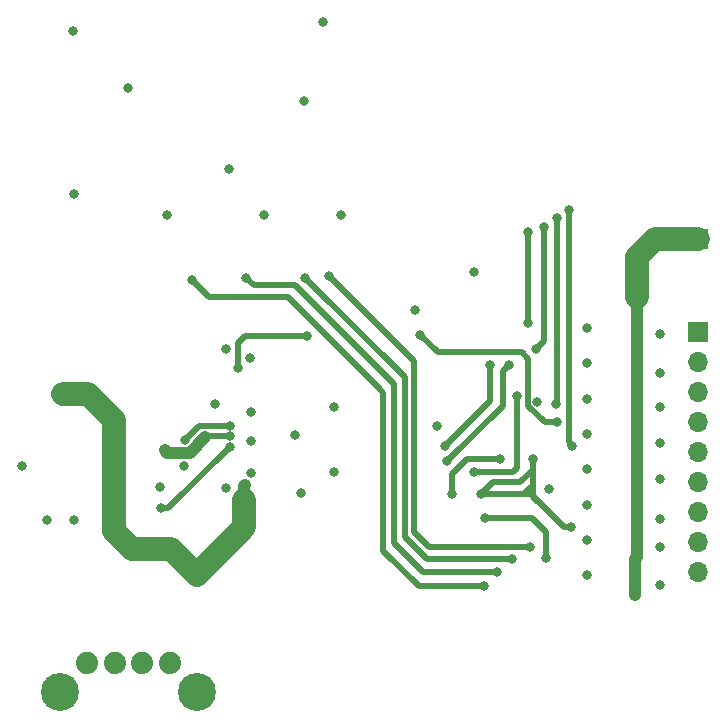
<source format=gbr>
%TF.GenerationSoftware,KiCad,Pcbnew,(6.0.2)*%
%TF.CreationDate,2022-06-02T00:09:37+03:00*%
%TF.ProjectId,BYKR-C2-V00,42594b52-2d43-4322-9d56-30302e6b6963,rev?*%
%TF.SameCoordinates,Original*%
%TF.FileFunction,Copper,L4,Bot*%
%TF.FilePolarity,Positive*%
%FSLAX46Y46*%
G04 Gerber Fmt 4.6, Leading zero omitted, Abs format (unit mm)*
G04 Created by KiCad (PCBNEW (6.0.2)) date 2022-06-02 00:09:37*
%MOMM*%
%LPD*%
G01*
G04 APERTURE LIST*
%TA.AperFunction,ComponentPad*%
%ADD10C,1.879600*%
%TD*%
%TA.AperFunction,ComponentPad*%
%ADD11C,3.215640*%
%TD*%
%TA.AperFunction,ComponentPad*%
%ADD12R,1.700000X1.700000*%
%TD*%
%TA.AperFunction,ComponentPad*%
%ADD13O,1.700000X1.700000*%
%TD*%
%TA.AperFunction,ViaPad*%
%ADD14C,0.800000*%
%TD*%
%TA.AperFunction,Conductor*%
%ADD15C,2.000000*%
%TD*%
%TA.AperFunction,Conductor*%
%ADD16C,0.500000*%
%TD*%
%TA.AperFunction,Conductor*%
%ADD17C,1.000000*%
%TD*%
G04 APERTURE END LIST*
D10*
%TO.P,J1,1,VBUS*%
%TO.N,Net-(J1-Pad1)*%
X131047580Y-123271330D03*
%TO.P,J1,2,D-*%
%TO.N,Net-(J1-Pad2)*%
X128675220Y-123271330D03*
%TO.P,J1,3,D+*%
%TO.N,Net-(J1-Pad3)*%
X126424780Y-123271330D03*
%TO.P,J1,4,GND*%
%TO.N,GND*%
X124052420Y-123271330D03*
D11*
%TO.P,J1,5,Shield*%
X133348820Y-125669090D03*
X121751180Y-125669090D03*
%TD*%
D12*
%TO.P,J3,1,Pin_1*%
%TO.N,MCU_S*%
X175750000Y-87350000D03*
%TD*%
%TO.P,J2,1,Pin_1*%
%TO.N,CAMERA_D2*%
X175762572Y-95200000D03*
D13*
%TO.P,J2,2,Pin_2*%
%TO.N,CAMERA_D3*%
X175762572Y-97740000D03*
%TO.P,J2,3,Pin_3*%
%TO.N,CAMERA_CMD*%
X175762572Y-100280000D03*
%TO.P,J2,4,Pin_4*%
%TO.N,CAMERA_VCC*%
X175762572Y-102820000D03*
%TO.P,J2,5,Pin_5*%
%TO.N,CAMERA_CLK*%
X175762572Y-105360000D03*
%TO.P,J2,6,Pin_6*%
%TO.N,GND*%
X175762572Y-107900000D03*
%TO.P,J2,7,Pin_7*%
%TO.N,CAMERA_D0*%
X175762572Y-110440000D03*
%TO.P,J2,8,Pin_8*%
%TO.N,CAMERA_D1*%
X175762572Y-112980000D03*
%TO.P,J2,9,Pin_9*%
%TO.N,CAMERA_CD*%
X175762572Y-115520000D03*
%TD*%
D14*
%TO.N,GND*%
X142450000Y-75650000D03*
X136050000Y-81450000D03*
X127550000Y-74550000D03*
X122950000Y-83550000D03*
%TO.N,USB_D3*%
X159750000Y-98050000D03*
X154550000Y-106150000D03*
%TO.N,USB_D2*%
X158150000Y-98050000D03*
X154337500Y-104862500D03*
%TO.N,USB_D0*%
X163150000Y-108550000D03*
%TO.N,USB_D1*%
X165050000Y-111750000D03*
%TO.N,USB_CD*%
X162950000Y-114350000D03*
X157750000Y-110950000D03*
%TO.N,USB_D1*%
X161850000Y-106000500D03*
X157450000Y-108950000D03*
%TO.N,USB_D0*%
X159050000Y-105950000D03*
X154950000Y-108950000D03*
%TO.N,USB_CMD*%
X160450000Y-100650000D03*
X156850000Y-107050000D03*
%TO.N,USB_VCC*%
X163850000Y-102850000D03*
X152250000Y-95450000D03*
X142650000Y-95550000D03*
X136850000Y-98250000D03*
%TO.N,SD_D2*%
X161350000Y-94450000D03*
X161350000Y-86750000D03*
%TO.N,SD_D3*%
X162050000Y-96650000D03*
X162750000Y-86350000D03*
%TO.N,SD_CMD*%
X163750000Y-101350000D03*
X163850000Y-85550000D03*
%TO.N,SD_CD*%
X157650000Y-116750000D03*
%TO.N,SD_VCC*%
X165150000Y-104850000D03*
X164850000Y-84850000D03*
%TO.N,SD_CLK*%
X158750000Y-115550000D03*
%TO.N,SD_D0*%
X160050000Y-114450000D03*
%TO.N,SD_D1*%
X161550000Y-113450000D03*
%TO.N,SD_CD*%
X132950000Y-90850000D03*
%TO.N,SD_CLK*%
X137550000Y-90650000D03*
%TO.N,SD_D0*%
X142550000Y-90650000D03*
%TO.N,SD_D1*%
X144550000Y-90450000D03*
%TO.N,+5V*%
X137450000Y-108150000D03*
%TO.N,DM*%
X130350000Y-110150000D03*
%TO.N,DP*%
X130650000Y-105250000D03*
%TO.N,Net-(C6-Pad1)*%
X132350000Y-104350000D03*
%TO.N,+3V3*%
X137850000Y-97450000D03*
%TO.N,Net-(C6-Pad1)*%
X136150000Y-103150000D03*
%TO.N,DP*%
X136150000Y-104050000D03*
%TO.N,DM*%
X136150000Y-104950000D03*
%TO.N,+5V*%
X133350000Y-115750000D03*
X122050000Y-100450000D03*
%TO.N,+3V3*%
X153650000Y-103150000D03*
X118550000Y-106550000D03*
X130250000Y-108350000D03*
X132250000Y-106550000D03*
X137950000Y-101950000D03*
X137950000Y-104450000D03*
X137950000Y-107150000D03*
X120650000Y-111150000D03*
%TO.N,GND*%
X151850000Y-93350000D03*
X135850000Y-96650000D03*
X134850000Y-101350000D03*
X135850000Y-108450000D03*
X122950000Y-111150000D03*
X145550000Y-85350000D03*
X139050000Y-85350000D03*
X130850000Y-85350000D03*
X144050000Y-68950000D03*
X122850000Y-69750000D03*
X156850000Y-90150000D03*
%TO.N,+3V3*%
X162150000Y-101150000D03*
X166350000Y-94850000D03*
X166350000Y-97850000D03*
X166350000Y-100850000D03*
X166350000Y-103850000D03*
X166350000Y-106850000D03*
X166350000Y-109850000D03*
X166350000Y-112850000D03*
X166350000Y-115750000D03*
%TO.N,GND*%
X142150000Y-108850000D03*
X144950000Y-107050000D03*
X144950000Y-101550000D03*
X141650000Y-103950000D03*
X172550000Y-116650000D03*
X172550000Y-113450000D03*
X172550000Y-111050000D03*
X172550000Y-107650000D03*
X172550000Y-104650000D03*
X172550000Y-101550000D03*
X172550000Y-98650000D03*
X172550000Y-95350000D03*
%TO.N,MCU_S*%
X170650000Y-96150000D03*
X170650000Y-99150000D03*
X170650000Y-102150000D03*
X170650000Y-105150000D03*
X170650000Y-108050000D03*
X170650000Y-111150000D03*
X170650000Y-114250000D03*
X170450000Y-117450000D03*
%TD*%
D15*
%TO.N,MCU_S*%
X172150000Y-87350000D02*
X175750000Y-87350000D01*
X170650000Y-88850000D02*
X172150000Y-87350000D01*
X170650000Y-92250000D02*
X170650000Y-88850000D01*
D16*
%TO.N,SD_D3*%
X162050000Y-96650000D02*
X162750000Y-95950000D01*
X162750000Y-95950000D02*
X162750000Y-86350000D01*
%TO.N,USB_D3*%
X159250000Y-98650000D02*
X159250000Y-98550000D01*
X159250000Y-98550000D02*
X159750000Y-98050000D01*
X159250000Y-101450000D02*
X159250000Y-98650000D01*
X154550000Y-106150000D02*
X159250000Y-101450000D01*
%TO.N,USB_D2*%
X158150000Y-101050000D02*
X158150000Y-98050000D01*
X154337500Y-104862500D02*
X158150000Y-101050000D01*
%TO.N,USB_D1*%
X161050000Y-108950000D02*
X161650000Y-108350000D01*
X161850000Y-108350000D02*
X161850000Y-106000500D01*
X161650000Y-108350000D02*
X161850000Y-108350000D01*
X161050000Y-108950000D02*
X161650000Y-108950000D01*
X161850000Y-109150000D02*
X161850000Y-108350000D01*
X157450000Y-108950000D02*
X161050000Y-108950000D01*
X161650000Y-108950000D02*
X163400000Y-110700000D01*
X163400000Y-110700000D02*
X161850000Y-109150000D01*
X164450000Y-111750000D02*
X163400000Y-110700000D01*
X165050000Y-111750000D02*
X164450000Y-111750000D01*
%TO.N,USB_CD*%
X162950000Y-112150000D02*
X162950000Y-114350000D01*
X162750000Y-111950000D02*
X162950000Y-112150000D01*
X161750000Y-110950000D02*
X162750000Y-111950000D01*
X157750000Y-110950000D02*
X161750000Y-110950000D01*
%TO.N,USB_D1*%
X161850000Y-106850000D02*
X161850000Y-106000500D01*
X161650000Y-107050000D02*
X161850000Y-106850000D01*
X160750000Y-107950000D02*
X161650000Y-107050000D01*
X159650000Y-107950000D02*
X160750000Y-107950000D01*
X158450000Y-107950000D02*
X159650000Y-107950000D01*
X157450000Y-108950000D02*
X158450000Y-107950000D01*
%TO.N,USB_D0*%
X156250000Y-105950000D02*
X159050000Y-105950000D01*
X154950000Y-108950000D02*
X154950000Y-107250000D01*
X154950000Y-107250000D02*
X156050000Y-106150000D01*
X156050000Y-106150000D02*
X156250000Y-105950000D01*
%TO.N,USB_CMD*%
X160450000Y-106750000D02*
X160450000Y-100650000D01*
X160150000Y-107050000D02*
X160450000Y-106750000D01*
X156850000Y-107050000D02*
X160150000Y-107050000D01*
%TO.N,USB_VCC*%
X161400489Y-101460459D02*
X162790030Y-102850000D01*
X160850000Y-96950000D02*
X161400489Y-97500489D01*
X162790030Y-102850000D02*
X163850000Y-102850000D01*
X153750000Y-96950000D02*
X160850000Y-96950000D01*
X161400489Y-97500489D02*
X161400489Y-101460459D01*
X152250000Y-95450000D02*
X153750000Y-96950000D01*
X137450000Y-95550000D02*
X142650000Y-95550000D01*
X137350000Y-95650000D02*
X137450000Y-95550000D01*
X136850000Y-98250000D02*
X136850000Y-96150000D01*
X136850000Y-96150000D02*
X137350000Y-95650000D01*
%TO.N,SD_D2*%
X161350000Y-86750000D02*
X161350000Y-94450000D01*
%TO.N,SD_CMD*%
X163850000Y-101250000D02*
X163750000Y-101350000D01*
X163850000Y-90750000D02*
X163850000Y-101250000D01*
X163850000Y-85550000D02*
X163850000Y-90750000D01*
%TO.N,SD_CD*%
X152150000Y-116750000D02*
X157650000Y-116750000D01*
X149150000Y-110250000D02*
X149150000Y-113750000D01*
X149150000Y-100350000D02*
X149150000Y-110250000D01*
X148750000Y-99950000D02*
X149150000Y-100350000D01*
X149150000Y-113750000D02*
X152150000Y-116750000D01*
X141050000Y-92250000D02*
X148750000Y-99950000D01*
X140250000Y-92250000D02*
X141050000Y-92250000D01*
X134350000Y-92250000D02*
X140250000Y-92250000D01*
X132950000Y-90850000D02*
X134350000Y-92250000D01*
%TO.N,SD_VCC*%
X164850000Y-104550000D02*
X165150000Y-104850000D01*
X164850000Y-84850000D02*
X164850000Y-104550000D01*
%TO.N,SD_CLK*%
X152550000Y-115550000D02*
X158750000Y-115550000D01*
X152450000Y-115450000D02*
X152550000Y-115550000D01*
X150050000Y-107050000D02*
X150050000Y-113050000D01*
X150050000Y-99650000D02*
X150050000Y-107050000D01*
X147550000Y-97150000D02*
X150050000Y-99650000D01*
X150050000Y-113050000D02*
X152450000Y-115450000D01*
X141650000Y-91250000D02*
X147550000Y-97150000D01*
X138150000Y-91250000D02*
X140850000Y-91250000D01*
X140850000Y-91250000D02*
X141650000Y-91250000D01*
X137550000Y-90650000D02*
X138150000Y-91250000D01*
%TO.N,SD_D0*%
X152850000Y-114450000D02*
X160050000Y-114450000D01*
X152550000Y-114150000D02*
X152850000Y-114450000D01*
X150950000Y-112550000D02*
X152550000Y-114150000D01*
X150950000Y-101150000D02*
X150950000Y-112550000D01*
X142550000Y-90650000D02*
X150950000Y-99050000D01*
X150950000Y-99050000D02*
X150950000Y-101150000D01*
%TO.N,SD_D1*%
X152950000Y-113350000D02*
X153050000Y-113450000D01*
X153050000Y-113450000D02*
X161550000Y-113450000D01*
X151750000Y-107050000D02*
X151750000Y-112150000D01*
X151750000Y-97650000D02*
X151750000Y-107050000D01*
X151750000Y-112150000D02*
X152950000Y-113350000D01*
X144550000Y-90450000D02*
X151750000Y-97650000D01*
D17*
%TO.N,+5V*%
X137350000Y-108250000D02*
X137450000Y-108150000D01*
D15*
X137350000Y-111750000D02*
X137350000Y-109450000D01*
D17*
X137350000Y-109450000D02*
X137350000Y-108250000D01*
D15*
X133350000Y-115750000D02*
X137350000Y-111750000D01*
D16*
%TO.N,DM*%
X130950000Y-110150000D02*
X130350000Y-110150000D01*
X136150000Y-104950000D02*
X130950000Y-110150000D01*
%TO.N,DP*%
X134150000Y-104050000D02*
X136150000Y-104050000D01*
X134050000Y-104150000D02*
X134150000Y-104050000D01*
D17*
X132750000Y-105450000D02*
X134050000Y-104150000D01*
X132450000Y-105450000D02*
X132750000Y-105450000D01*
X130650000Y-105250000D02*
X130850000Y-105450000D01*
X130850000Y-105450000D02*
X132450000Y-105450000D01*
D16*
%TO.N,Net-(C6-Pad1)*%
X133550000Y-103150000D02*
X132350000Y-104350000D01*
X136150000Y-103150000D02*
X133550000Y-103150000D01*
D15*
%TO.N,+5V*%
X131150000Y-113550000D02*
X133350000Y-115750000D01*
X130750000Y-113550000D02*
X131150000Y-113550000D01*
X127850000Y-113550000D02*
X130750000Y-113550000D01*
X126350000Y-112050000D02*
X127850000Y-113550000D01*
X126350000Y-111950000D02*
X126350000Y-112050000D01*
X125350000Y-101650000D02*
X126350000Y-102650000D01*
X124150000Y-100450000D02*
X125350000Y-101650000D01*
X122050000Y-100450000D02*
X124150000Y-100450000D01*
X126350000Y-102650000D02*
X126350000Y-111950000D01*
D17*
%TO.N,MCU_S*%
X170650000Y-96150000D02*
X170650000Y-92250000D01*
X170650000Y-102150000D02*
X170650000Y-96150000D01*
X170650000Y-108050000D02*
X170650000Y-102150000D01*
X170650000Y-111150000D02*
X170650000Y-108050000D01*
X170650000Y-114250000D02*
X170650000Y-111150000D01*
X170450000Y-114450000D02*
X170650000Y-114250000D01*
X170450000Y-117450000D02*
X170450000Y-114450000D01*
%TD*%
M02*

</source>
